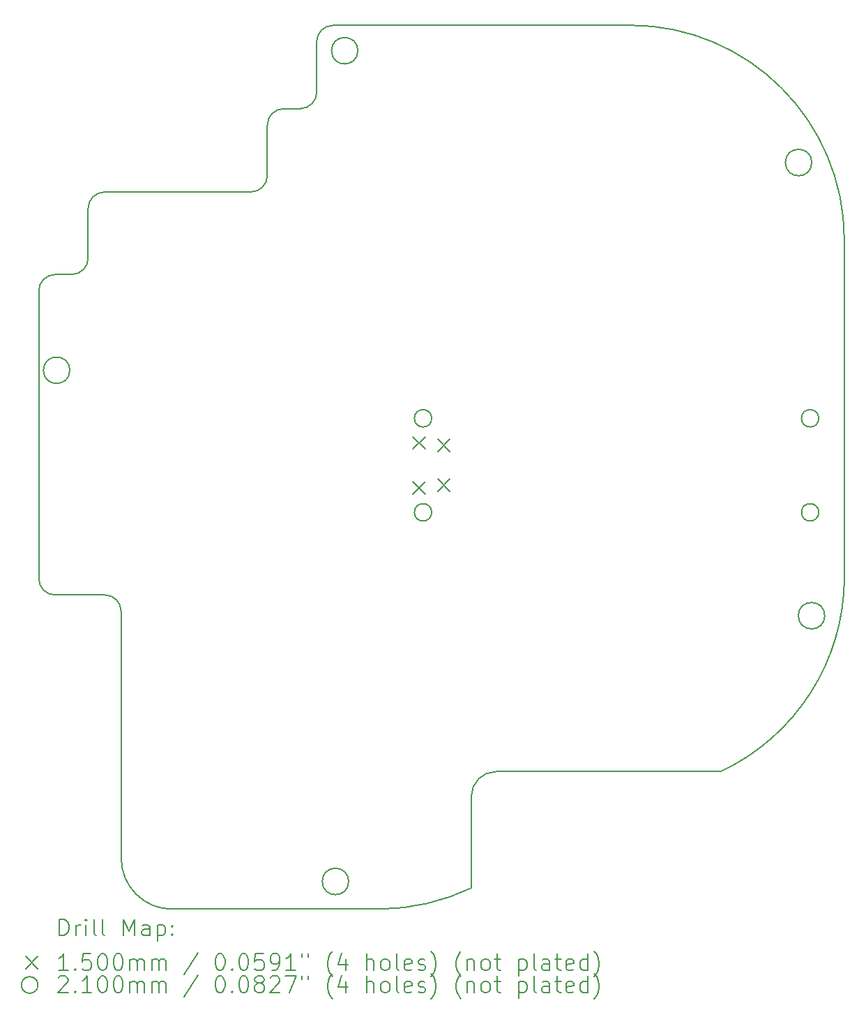
<source format=gbr>
%TF.GenerationSoftware,KiCad,Pcbnew,7.0.8*%
%TF.CreationDate,2023-10-08T23:51:36-04:00*%
%TF.ProjectId,Mainboard-small-buttons,4d61696e-626f-4617-9264-2d736d616c6c,rev?*%
%TF.SameCoordinates,Original*%
%TF.FileFunction,Drillmap*%
%TF.FilePolarity,Positive*%
%FSLAX45Y45*%
G04 Gerber Fmt 4.5, Leading zero omitted, Abs format (unit mm)*
G04 Created by KiCad (PCBNEW 7.0.8) date 2023-10-08 23:51:36*
%MOMM*%
%LPD*%
G01*
G04 APERTURE LIST*
%ADD10C,0.200000*%
%ADD11C,0.150000*%
%ADD12C,0.210000*%
G04 APERTURE END LIST*
D10*
X10773689Y-8934826D02*
X10773947Y-10063072D01*
X10172704Y-4847818D02*
G75*
G03*
X10372658Y-4647824I-44J199998D01*
G01*
X13148073Y-2025551D02*
X13148213Y-2636439D01*
X9972755Y-4847871D02*
G75*
G03*
X9772801Y-5047915I45J-199999D01*
G01*
X12548258Y-3036485D02*
X12548258Y-3647326D01*
X15324973Y-10877366D02*
G75*
G03*
X15024806Y-11177677I67J-300234D01*
G01*
X10172704Y-4847824D02*
X9972755Y-4847869D01*
X9772801Y-5047915D02*
X9773598Y-8535054D01*
X10773689Y-8934826D02*
G75*
G03*
X10573644Y-8734871I-199999J-44D01*
G01*
X12348304Y-3847326D02*
X10572612Y-3847732D01*
X13535766Y-12209886D02*
G75*
G03*
X13535766Y-12209886I-160126J0D01*
G01*
X10372658Y-4047732D02*
X10372658Y-4247824D01*
X10372658Y-4247824D02*
X10372658Y-4647824D01*
X15025060Y-12289762D02*
X15024806Y-11177677D01*
X9773602Y-8535054D02*
G75*
G03*
X9973644Y-8735009I199999J44D01*
G01*
X12948213Y-2836485D02*
X12748258Y-2836485D01*
X12748258Y-2836488D02*
G75*
G03*
X12548258Y-3036485I2J-200002D01*
G01*
X19316806Y-8986520D02*
G75*
G03*
X19316806Y-8986520I-160126J0D01*
G01*
X12948213Y-2836483D02*
G75*
G03*
X13148213Y-2636439I-3J200003D01*
G01*
X10149840Y-6009640D02*
G75*
G03*
X10149840Y-6009640I-160126J0D01*
G01*
X13912632Y-12545187D02*
G75*
G03*
X15025060Y-12289762I-19862J2636647D01*
G01*
X9973644Y-8735009D02*
X10573644Y-8734871D01*
X13647526Y-2133600D02*
G75*
G03*
X13647526Y-2133600I-160126J0D01*
G01*
X10773947Y-11927433D02*
G75*
G03*
X11392247Y-12545733I618303J3D01*
G01*
X19555315Y-8518138D02*
X19554380Y-4426136D01*
X12348304Y-3847328D02*
G75*
G03*
X12548258Y-3647326I-44J199998D01*
G01*
X10773947Y-10063072D02*
X10773947Y-11927433D01*
X13348027Y-1825513D02*
G75*
G03*
X13148073Y-2025551I43J-199997D01*
G01*
X10572612Y-3847728D02*
G75*
G03*
X10372658Y-4047732I48J-200002D01*
G01*
X19554378Y-4426136D02*
G75*
G03*
X16951736Y-1824682I-2602048J-594D01*
G01*
X11392247Y-12545733D02*
X13912632Y-12545187D01*
X16951736Y-1824682D02*
X13348027Y-1825506D01*
X19159326Y-3489960D02*
G75*
G03*
X19159326Y-3489960I-160126J0D01*
G01*
X15324973Y-10877362D02*
X18053495Y-10876738D01*
X18053495Y-10876738D02*
G75*
G03*
X19555315Y-8518138I-1100233J2358001D01*
G01*
D11*
X14314400Y-6815300D02*
X14464400Y-6965300D01*
X14464400Y-6815300D02*
X14314400Y-6965300D01*
X14314400Y-7360300D02*
X14464400Y-7510300D01*
X14464400Y-7360300D02*
X14314400Y-7510300D01*
X14617400Y-6845300D02*
X14767400Y-6995300D01*
X14767400Y-6845300D02*
X14617400Y-6995300D01*
X14617400Y-7330300D02*
X14767400Y-7480300D01*
X14767400Y-7330300D02*
X14617400Y-7480300D01*
D12*
X14544400Y-6592800D02*
G75*
G03*
X14544400Y-6592800I-105000J0D01*
G01*
X14544400Y-7732800D02*
G75*
G03*
X14544400Y-7732800I-105000J0D01*
G01*
X19244400Y-6592800D02*
G75*
G03*
X19244400Y-6592800I-105000J0D01*
G01*
X19244400Y-7732800D02*
G75*
G03*
X19244400Y-7732800I-105000J0D01*
G01*
D10*
X10023578Y-12867217D02*
X10023578Y-12667217D01*
X10023578Y-12667217D02*
X10071197Y-12667217D01*
X10071197Y-12667217D02*
X10099768Y-12676741D01*
X10099768Y-12676741D02*
X10118816Y-12695788D01*
X10118816Y-12695788D02*
X10128340Y-12714836D01*
X10128340Y-12714836D02*
X10137863Y-12752931D01*
X10137863Y-12752931D02*
X10137863Y-12781503D01*
X10137863Y-12781503D02*
X10128340Y-12819598D01*
X10128340Y-12819598D02*
X10118816Y-12838645D01*
X10118816Y-12838645D02*
X10099768Y-12857693D01*
X10099768Y-12857693D02*
X10071197Y-12867217D01*
X10071197Y-12867217D02*
X10023578Y-12867217D01*
X10223578Y-12867217D02*
X10223578Y-12733883D01*
X10223578Y-12771979D02*
X10233102Y-12752931D01*
X10233102Y-12752931D02*
X10242625Y-12743407D01*
X10242625Y-12743407D02*
X10261673Y-12733883D01*
X10261673Y-12733883D02*
X10280721Y-12733883D01*
X10347387Y-12867217D02*
X10347387Y-12733883D01*
X10347387Y-12667217D02*
X10337863Y-12676741D01*
X10337863Y-12676741D02*
X10347387Y-12686264D01*
X10347387Y-12686264D02*
X10356911Y-12676741D01*
X10356911Y-12676741D02*
X10347387Y-12667217D01*
X10347387Y-12667217D02*
X10347387Y-12686264D01*
X10471197Y-12867217D02*
X10452149Y-12857693D01*
X10452149Y-12857693D02*
X10442625Y-12838645D01*
X10442625Y-12838645D02*
X10442625Y-12667217D01*
X10575959Y-12867217D02*
X10556911Y-12857693D01*
X10556911Y-12857693D02*
X10547387Y-12838645D01*
X10547387Y-12838645D02*
X10547387Y-12667217D01*
X10804530Y-12867217D02*
X10804530Y-12667217D01*
X10804530Y-12667217D02*
X10871197Y-12810074D01*
X10871197Y-12810074D02*
X10937863Y-12667217D01*
X10937863Y-12667217D02*
X10937863Y-12867217D01*
X11118816Y-12867217D02*
X11118816Y-12762455D01*
X11118816Y-12762455D02*
X11109292Y-12743407D01*
X11109292Y-12743407D02*
X11090244Y-12733883D01*
X11090244Y-12733883D02*
X11052149Y-12733883D01*
X11052149Y-12733883D02*
X11033102Y-12743407D01*
X11118816Y-12857693D02*
X11099768Y-12867217D01*
X11099768Y-12867217D02*
X11052149Y-12867217D01*
X11052149Y-12867217D02*
X11033102Y-12857693D01*
X11033102Y-12857693D02*
X11023578Y-12838645D01*
X11023578Y-12838645D02*
X11023578Y-12819598D01*
X11023578Y-12819598D02*
X11033102Y-12800550D01*
X11033102Y-12800550D02*
X11052149Y-12791026D01*
X11052149Y-12791026D02*
X11099768Y-12791026D01*
X11099768Y-12791026D02*
X11118816Y-12781503D01*
X11214054Y-12733883D02*
X11214054Y-12933883D01*
X11214054Y-12743407D02*
X11233101Y-12733883D01*
X11233101Y-12733883D02*
X11271197Y-12733883D01*
X11271197Y-12733883D02*
X11290244Y-12743407D01*
X11290244Y-12743407D02*
X11299768Y-12752931D01*
X11299768Y-12752931D02*
X11309292Y-12771979D01*
X11309292Y-12771979D02*
X11309292Y-12829122D01*
X11309292Y-12829122D02*
X11299768Y-12848169D01*
X11299768Y-12848169D02*
X11290244Y-12857693D01*
X11290244Y-12857693D02*
X11271197Y-12867217D01*
X11271197Y-12867217D02*
X11233101Y-12867217D01*
X11233101Y-12867217D02*
X11214054Y-12857693D01*
X11395006Y-12848169D02*
X11404530Y-12857693D01*
X11404530Y-12857693D02*
X11395006Y-12867217D01*
X11395006Y-12867217D02*
X11385482Y-12857693D01*
X11385482Y-12857693D02*
X11395006Y-12848169D01*
X11395006Y-12848169D02*
X11395006Y-12867217D01*
X11395006Y-12743407D02*
X11404530Y-12752931D01*
X11404530Y-12752931D02*
X11395006Y-12762455D01*
X11395006Y-12762455D02*
X11385482Y-12752931D01*
X11385482Y-12752931D02*
X11395006Y-12743407D01*
X11395006Y-12743407D02*
X11395006Y-12762455D01*
D11*
X9612801Y-13120733D02*
X9762801Y-13270733D01*
X9762801Y-13120733D02*
X9612801Y-13270733D01*
D10*
X10128340Y-13287217D02*
X10014054Y-13287217D01*
X10071197Y-13287217D02*
X10071197Y-13087217D01*
X10071197Y-13087217D02*
X10052149Y-13115788D01*
X10052149Y-13115788D02*
X10033102Y-13134836D01*
X10033102Y-13134836D02*
X10014054Y-13144360D01*
X10214054Y-13268169D02*
X10223578Y-13277693D01*
X10223578Y-13277693D02*
X10214054Y-13287217D01*
X10214054Y-13287217D02*
X10204530Y-13277693D01*
X10204530Y-13277693D02*
X10214054Y-13268169D01*
X10214054Y-13268169D02*
X10214054Y-13287217D01*
X10404530Y-13087217D02*
X10309292Y-13087217D01*
X10309292Y-13087217D02*
X10299768Y-13182455D01*
X10299768Y-13182455D02*
X10309292Y-13172931D01*
X10309292Y-13172931D02*
X10328340Y-13163407D01*
X10328340Y-13163407D02*
X10375959Y-13163407D01*
X10375959Y-13163407D02*
X10395006Y-13172931D01*
X10395006Y-13172931D02*
X10404530Y-13182455D01*
X10404530Y-13182455D02*
X10414054Y-13201503D01*
X10414054Y-13201503D02*
X10414054Y-13249122D01*
X10414054Y-13249122D02*
X10404530Y-13268169D01*
X10404530Y-13268169D02*
X10395006Y-13277693D01*
X10395006Y-13277693D02*
X10375959Y-13287217D01*
X10375959Y-13287217D02*
X10328340Y-13287217D01*
X10328340Y-13287217D02*
X10309292Y-13277693D01*
X10309292Y-13277693D02*
X10299768Y-13268169D01*
X10537863Y-13087217D02*
X10556911Y-13087217D01*
X10556911Y-13087217D02*
X10575959Y-13096741D01*
X10575959Y-13096741D02*
X10585483Y-13106264D01*
X10585483Y-13106264D02*
X10595006Y-13125312D01*
X10595006Y-13125312D02*
X10604530Y-13163407D01*
X10604530Y-13163407D02*
X10604530Y-13211026D01*
X10604530Y-13211026D02*
X10595006Y-13249122D01*
X10595006Y-13249122D02*
X10585483Y-13268169D01*
X10585483Y-13268169D02*
X10575959Y-13277693D01*
X10575959Y-13277693D02*
X10556911Y-13287217D01*
X10556911Y-13287217D02*
X10537863Y-13287217D01*
X10537863Y-13287217D02*
X10518816Y-13277693D01*
X10518816Y-13277693D02*
X10509292Y-13268169D01*
X10509292Y-13268169D02*
X10499768Y-13249122D01*
X10499768Y-13249122D02*
X10490244Y-13211026D01*
X10490244Y-13211026D02*
X10490244Y-13163407D01*
X10490244Y-13163407D02*
X10499768Y-13125312D01*
X10499768Y-13125312D02*
X10509292Y-13106264D01*
X10509292Y-13106264D02*
X10518816Y-13096741D01*
X10518816Y-13096741D02*
X10537863Y-13087217D01*
X10728340Y-13087217D02*
X10747387Y-13087217D01*
X10747387Y-13087217D02*
X10766435Y-13096741D01*
X10766435Y-13096741D02*
X10775959Y-13106264D01*
X10775959Y-13106264D02*
X10785483Y-13125312D01*
X10785483Y-13125312D02*
X10795006Y-13163407D01*
X10795006Y-13163407D02*
X10795006Y-13211026D01*
X10795006Y-13211026D02*
X10785483Y-13249122D01*
X10785483Y-13249122D02*
X10775959Y-13268169D01*
X10775959Y-13268169D02*
X10766435Y-13277693D01*
X10766435Y-13277693D02*
X10747387Y-13287217D01*
X10747387Y-13287217D02*
X10728340Y-13287217D01*
X10728340Y-13287217D02*
X10709292Y-13277693D01*
X10709292Y-13277693D02*
X10699768Y-13268169D01*
X10699768Y-13268169D02*
X10690244Y-13249122D01*
X10690244Y-13249122D02*
X10680721Y-13211026D01*
X10680721Y-13211026D02*
X10680721Y-13163407D01*
X10680721Y-13163407D02*
X10690244Y-13125312D01*
X10690244Y-13125312D02*
X10699768Y-13106264D01*
X10699768Y-13106264D02*
X10709292Y-13096741D01*
X10709292Y-13096741D02*
X10728340Y-13087217D01*
X10880721Y-13287217D02*
X10880721Y-13153883D01*
X10880721Y-13172931D02*
X10890244Y-13163407D01*
X10890244Y-13163407D02*
X10909292Y-13153883D01*
X10909292Y-13153883D02*
X10937864Y-13153883D01*
X10937864Y-13153883D02*
X10956911Y-13163407D01*
X10956911Y-13163407D02*
X10966435Y-13182455D01*
X10966435Y-13182455D02*
X10966435Y-13287217D01*
X10966435Y-13182455D02*
X10975959Y-13163407D01*
X10975959Y-13163407D02*
X10995006Y-13153883D01*
X10995006Y-13153883D02*
X11023578Y-13153883D01*
X11023578Y-13153883D02*
X11042625Y-13163407D01*
X11042625Y-13163407D02*
X11052149Y-13182455D01*
X11052149Y-13182455D02*
X11052149Y-13287217D01*
X11147387Y-13287217D02*
X11147387Y-13153883D01*
X11147387Y-13172931D02*
X11156911Y-13163407D01*
X11156911Y-13163407D02*
X11175959Y-13153883D01*
X11175959Y-13153883D02*
X11204530Y-13153883D01*
X11204530Y-13153883D02*
X11223578Y-13163407D01*
X11223578Y-13163407D02*
X11233102Y-13182455D01*
X11233102Y-13182455D02*
X11233102Y-13287217D01*
X11233102Y-13182455D02*
X11242625Y-13163407D01*
X11242625Y-13163407D02*
X11261673Y-13153883D01*
X11261673Y-13153883D02*
X11290244Y-13153883D01*
X11290244Y-13153883D02*
X11309292Y-13163407D01*
X11309292Y-13163407D02*
X11318816Y-13182455D01*
X11318816Y-13182455D02*
X11318816Y-13287217D01*
X11709292Y-13077693D02*
X11537864Y-13334836D01*
X11966435Y-13087217D02*
X11985483Y-13087217D01*
X11985483Y-13087217D02*
X12004530Y-13096741D01*
X12004530Y-13096741D02*
X12014054Y-13106264D01*
X12014054Y-13106264D02*
X12023578Y-13125312D01*
X12023578Y-13125312D02*
X12033102Y-13163407D01*
X12033102Y-13163407D02*
X12033102Y-13211026D01*
X12033102Y-13211026D02*
X12023578Y-13249122D01*
X12023578Y-13249122D02*
X12014054Y-13268169D01*
X12014054Y-13268169D02*
X12004530Y-13277693D01*
X12004530Y-13277693D02*
X11985483Y-13287217D01*
X11985483Y-13287217D02*
X11966435Y-13287217D01*
X11966435Y-13287217D02*
X11947387Y-13277693D01*
X11947387Y-13277693D02*
X11937864Y-13268169D01*
X11937864Y-13268169D02*
X11928340Y-13249122D01*
X11928340Y-13249122D02*
X11918816Y-13211026D01*
X11918816Y-13211026D02*
X11918816Y-13163407D01*
X11918816Y-13163407D02*
X11928340Y-13125312D01*
X11928340Y-13125312D02*
X11937864Y-13106264D01*
X11937864Y-13106264D02*
X11947387Y-13096741D01*
X11947387Y-13096741D02*
X11966435Y-13087217D01*
X12118816Y-13268169D02*
X12128340Y-13277693D01*
X12128340Y-13277693D02*
X12118816Y-13287217D01*
X12118816Y-13287217D02*
X12109292Y-13277693D01*
X12109292Y-13277693D02*
X12118816Y-13268169D01*
X12118816Y-13268169D02*
X12118816Y-13287217D01*
X12252149Y-13087217D02*
X12271197Y-13087217D01*
X12271197Y-13087217D02*
X12290245Y-13096741D01*
X12290245Y-13096741D02*
X12299768Y-13106264D01*
X12299768Y-13106264D02*
X12309292Y-13125312D01*
X12309292Y-13125312D02*
X12318816Y-13163407D01*
X12318816Y-13163407D02*
X12318816Y-13211026D01*
X12318816Y-13211026D02*
X12309292Y-13249122D01*
X12309292Y-13249122D02*
X12299768Y-13268169D01*
X12299768Y-13268169D02*
X12290245Y-13277693D01*
X12290245Y-13277693D02*
X12271197Y-13287217D01*
X12271197Y-13287217D02*
X12252149Y-13287217D01*
X12252149Y-13287217D02*
X12233102Y-13277693D01*
X12233102Y-13277693D02*
X12223578Y-13268169D01*
X12223578Y-13268169D02*
X12214054Y-13249122D01*
X12214054Y-13249122D02*
X12204530Y-13211026D01*
X12204530Y-13211026D02*
X12204530Y-13163407D01*
X12204530Y-13163407D02*
X12214054Y-13125312D01*
X12214054Y-13125312D02*
X12223578Y-13106264D01*
X12223578Y-13106264D02*
X12233102Y-13096741D01*
X12233102Y-13096741D02*
X12252149Y-13087217D01*
X12499768Y-13087217D02*
X12404530Y-13087217D01*
X12404530Y-13087217D02*
X12395006Y-13182455D01*
X12395006Y-13182455D02*
X12404530Y-13172931D01*
X12404530Y-13172931D02*
X12423578Y-13163407D01*
X12423578Y-13163407D02*
X12471197Y-13163407D01*
X12471197Y-13163407D02*
X12490245Y-13172931D01*
X12490245Y-13172931D02*
X12499768Y-13182455D01*
X12499768Y-13182455D02*
X12509292Y-13201503D01*
X12509292Y-13201503D02*
X12509292Y-13249122D01*
X12509292Y-13249122D02*
X12499768Y-13268169D01*
X12499768Y-13268169D02*
X12490245Y-13277693D01*
X12490245Y-13277693D02*
X12471197Y-13287217D01*
X12471197Y-13287217D02*
X12423578Y-13287217D01*
X12423578Y-13287217D02*
X12404530Y-13277693D01*
X12404530Y-13277693D02*
X12395006Y-13268169D01*
X12604530Y-13287217D02*
X12642625Y-13287217D01*
X12642625Y-13287217D02*
X12661673Y-13277693D01*
X12661673Y-13277693D02*
X12671197Y-13268169D01*
X12671197Y-13268169D02*
X12690245Y-13239598D01*
X12690245Y-13239598D02*
X12699768Y-13201503D01*
X12699768Y-13201503D02*
X12699768Y-13125312D01*
X12699768Y-13125312D02*
X12690245Y-13106264D01*
X12690245Y-13106264D02*
X12680721Y-13096741D01*
X12680721Y-13096741D02*
X12661673Y-13087217D01*
X12661673Y-13087217D02*
X12623578Y-13087217D01*
X12623578Y-13087217D02*
X12604530Y-13096741D01*
X12604530Y-13096741D02*
X12595006Y-13106264D01*
X12595006Y-13106264D02*
X12585483Y-13125312D01*
X12585483Y-13125312D02*
X12585483Y-13172931D01*
X12585483Y-13172931D02*
X12595006Y-13191979D01*
X12595006Y-13191979D02*
X12604530Y-13201503D01*
X12604530Y-13201503D02*
X12623578Y-13211026D01*
X12623578Y-13211026D02*
X12661673Y-13211026D01*
X12661673Y-13211026D02*
X12680721Y-13201503D01*
X12680721Y-13201503D02*
X12690245Y-13191979D01*
X12690245Y-13191979D02*
X12699768Y-13172931D01*
X12890245Y-13287217D02*
X12775959Y-13287217D01*
X12833102Y-13287217D02*
X12833102Y-13087217D01*
X12833102Y-13087217D02*
X12814054Y-13115788D01*
X12814054Y-13115788D02*
X12795006Y-13134836D01*
X12795006Y-13134836D02*
X12775959Y-13144360D01*
X12966435Y-13087217D02*
X12966435Y-13125312D01*
X13042626Y-13087217D02*
X13042626Y-13125312D01*
X13337864Y-13363407D02*
X13328340Y-13353883D01*
X13328340Y-13353883D02*
X13309292Y-13325312D01*
X13309292Y-13325312D02*
X13299768Y-13306264D01*
X13299768Y-13306264D02*
X13290245Y-13277693D01*
X13290245Y-13277693D02*
X13280721Y-13230074D01*
X13280721Y-13230074D02*
X13280721Y-13191979D01*
X13280721Y-13191979D02*
X13290245Y-13144360D01*
X13290245Y-13144360D02*
X13299768Y-13115788D01*
X13299768Y-13115788D02*
X13309292Y-13096741D01*
X13309292Y-13096741D02*
X13328340Y-13068169D01*
X13328340Y-13068169D02*
X13337864Y-13058645D01*
X13499768Y-13153883D02*
X13499768Y-13287217D01*
X13452149Y-13077693D02*
X13404530Y-13220550D01*
X13404530Y-13220550D02*
X13528340Y-13220550D01*
X13756911Y-13287217D02*
X13756911Y-13087217D01*
X13842626Y-13287217D02*
X13842626Y-13182455D01*
X13842626Y-13182455D02*
X13833102Y-13163407D01*
X13833102Y-13163407D02*
X13814054Y-13153883D01*
X13814054Y-13153883D02*
X13785483Y-13153883D01*
X13785483Y-13153883D02*
X13766435Y-13163407D01*
X13766435Y-13163407D02*
X13756911Y-13172931D01*
X13966435Y-13287217D02*
X13947388Y-13277693D01*
X13947388Y-13277693D02*
X13937864Y-13268169D01*
X13937864Y-13268169D02*
X13928340Y-13249122D01*
X13928340Y-13249122D02*
X13928340Y-13191979D01*
X13928340Y-13191979D02*
X13937864Y-13172931D01*
X13937864Y-13172931D02*
X13947388Y-13163407D01*
X13947388Y-13163407D02*
X13966435Y-13153883D01*
X13966435Y-13153883D02*
X13995007Y-13153883D01*
X13995007Y-13153883D02*
X14014054Y-13163407D01*
X14014054Y-13163407D02*
X14023578Y-13172931D01*
X14023578Y-13172931D02*
X14033102Y-13191979D01*
X14033102Y-13191979D02*
X14033102Y-13249122D01*
X14033102Y-13249122D02*
X14023578Y-13268169D01*
X14023578Y-13268169D02*
X14014054Y-13277693D01*
X14014054Y-13277693D02*
X13995007Y-13287217D01*
X13995007Y-13287217D02*
X13966435Y-13287217D01*
X14147388Y-13287217D02*
X14128340Y-13277693D01*
X14128340Y-13277693D02*
X14118816Y-13258645D01*
X14118816Y-13258645D02*
X14118816Y-13087217D01*
X14299769Y-13277693D02*
X14280721Y-13287217D01*
X14280721Y-13287217D02*
X14242626Y-13287217D01*
X14242626Y-13287217D02*
X14223578Y-13277693D01*
X14223578Y-13277693D02*
X14214054Y-13258645D01*
X14214054Y-13258645D02*
X14214054Y-13182455D01*
X14214054Y-13182455D02*
X14223578Y-13163407D01*
X14223578Y-13163407D02*
X14242626Y-13153883D01*
X14242626Y-13153883D02*
X14280721Y-13153883D01*
X14280721Y-13153883D02*
X14299769Y-13163407D01*
X14299769Y-13163407D02*
X14309292Y-13182455D01*
X14309292Y-13182455D02*
X14309292Y-13201503D01*
X14309292Y-13201503D02*
X14214054Y-13220550D01*
X14385483Y-13277693D02*
X14404530Y-13287217D01*
X14404530Y-13287217D02*
X14442626Y-13287217D01*
X14442626Y-13287217D02*
X14461673Y-13277693D01*
X14461673Y-13277693D02*
X14471197Y-13258645D01*
X14471197Y-13258645D02*
X14471197Y-13249122D01*
X14471197Y-13249122D02*
X14461673Y-13230074D01*
X14461673Y-13230074D02*
X14442626Y-13220550D01*
X14442626Y-13220550D02*
X14414054Y-13220550D01*
X14414054Y-13220550D02*
X14395007Y-13211026D01*
X14395007Y-13211026D02*
X14385483Y-13191979D01*
X14385483Y-13191979D02*
X14385483Y-13182455D01*
X14385483Y-13182455D02*
X14395007Y-13163407D01*
X14395007Y-13163407D02*
X14414054Y-13153883D01*
X14414054Y-13153883D02*
X14442626Y-13153883D01*
X14442626Y-13153883D02*
X14461673Y-13163407D01*
X14537864Y-13363407D02*
X14547388Y-13353883D01*
X14547388Y-13353883D02*
X14566435Y-13325312D01*
X14566435Y-13325312D02*
X14575959Y-13306264D01*
X14575959Y-13306264D02*
X14585483Y-13277693D01*
X14585483Y-13277693D02*
X14595007Y-13230074D01*
X14595007Y-13230074D02*
X14595007Y-13191979D01*
X14595007Y-13191979D02*
X14585483Y-13144360D01*
X14585483Y-13144360D02*
X14575959Y-13115788D01*
X14575959Y-13115788D02*
X14566435Y-13096741D01*
X14566435Y-13096741D02*
X14547388Y-13068169D01*
X14547388Y-13068169D02*
X14537864Y-13058645D01*
X14899769Y-13363407D02*
X14890245Y-13353883D01*
X14890245Y-13353883D02*
X14871197Y-13325312D01*
X14871197Y-13325312D02*
X14861673Y-13306264D01*
X14861673Y-13306264D02*
X14852150Y-13277693D01*
X14852150Y-13277693D02*
X14842626Y-13230074D01*
X14842626Y-13230074D02*
X14842626Y-13191979D01*
X14842626Y-13191979D02*
X14852150Y-13144360D01*
X14852150Y-13144360D02*
X14861673Y-13115788D01*
X14861673Y-13115788D02*
X14871197Y-13096741D01*
X14871197Y-13096741D02*
X14890245Y-13068169D01*
X14890245Y-13068169D02*
X14899769Y-13058645D01*
X14975959Y-13153883D02*
X14975959Y-13287217D01*
X14975959Y-13172931D02*
X14985483Y-13163407D01*
X14985483Y-13163407D02*
X15004530Y-13153883D01*
X15004530Y-13153883D02*
X15033102Y-13153883D01*
X15033102Y-13153883D02*
X15052150Y-13163407D01*
X15052150Y-13163407D02*
X15061673Y-13182455D01*
X15061673Y-13182455D02*
X15061673Y-13287217D01*
X15185483Y-13287217D02*
X15166435Y-13277693D01*
X15166435Y-13277693D02*
X15156911Y-13268169D01*
X15156911Y-13268169D02*
X15147388Y-13249122D01*
X15147388Y-13249122D02*
X15147388Y-13191979D01*
X15147388Y-13191979D02*
X15156911Y-13172931D01*
X15156911Y-13172931D02*
X15166435Y-13163407D01*
X15166435Y-13163407D02*
X15185483Y-13153883D01*
X15185483Y-13153883D02*
X15214054Y-13153883D01*
X15214054Y-13153883D02*
X15233102Y-13163407D01*
X15233102Y-13163407D02*
X15242626Y-13172931D01*
X15242626Y-13172931D02*
X15252150Y-13191979D01*
X15252150Y-13191979D02*
X15252150Y-13249122D01*
X15252150Y-13249122D02*
X15242626Y-13268169D01*
X15242626Y-13268169D02*
X15233102Y-13277693D01*
X15233102Y-13277693D02*
X15214054Y-13287217D01*
X15214054Y-13287217D02*
X15185483Y-13287217D01*
X15309292Y-13153883D02*
X15385483Y-13153883D01*
X15337864Y-13087217D02*
X15337864Y-13258645D01*
X15337864Y-13258645D02*
X15347388Y-13277693D01*
X15347388Y-13277693D02*
X15366435Y-13287217D01*
X15366435Y-13287217D02*
X15385483Y-13287217D01*
X15604531Y-13153883D02*
X15604531Y-13353883D01*
X15604531Y-13163407D02*
X15623578Y-13153883D01*
X15623578Y-13153883D02*
X15661673Y-13153883D01*
X15661673Y-13153883D02*
X15680721Y-13163407D01*
X15680721Y-13163407D02*
X15690245Y-13172931D01*
X15690245Y-13172931D02*
X15699769Y-13191979D01*
X15699769Y-13191979D02*
X15699769Y-13249122D01*
X15699769Y-13249122D02*
X15690245Y-13268169D01*
X15690245Y-13268169D02*
X15680721Y-13277693D01*
X15680721Y-13277693D02*
X15661673Y-13287217D01*
X15661673Y-13287217D02*
X15623578Y-13287217D01*
X15623578Y-13287217D02*
X15604531Y-13277693D01*
X15814054Y-13287217D02*
X15795007Y-13277693D01*
X15795007Y-13277693D02*
X15785483Y-13258645D01*
X15785483Y-13258645D02*
X15785483Y-13087217D01*
X15975959Y-13287217D02*
X15975959Y-13182455D01*
X15975959Y-13182455D02*
X15966435Y-13163407D01*
X15966435Y-13163407D02*
X15947388Y-13153883D01*
X15947388Y-13153883D02*
X15909292Y-13153883D01*
X15909292Y-13153883D02*
X15890245Y-13163407D01*
X15975959Y-13277693D02*
X15956912Y-13287217D01*
X15956912Y-13287217D02*
X15909292Y-13287217D01*
X15909292Y-13287217D02*
X15890245Y-13277693D01*
X15890245Y-13277693D02*
X15880721Y-13258645D01*
X15880721Y-13258645D02*
X15880721Y-13239598D01*
X15880721Y-13239598D02*
X15890245Y-13220550D01*
X15890245Y-13220550D02*
X15909292Y-13211026D01*
X15909292Y-13211026D02*
X15956912Y-13211026D01*
X15956912Y-13211026D02*
X15975959Y-13201503D01*
X16042626Y-13153883D02*
X16118816Y-13153883D01*
X16071197Y-13087217D02*
X16071197Y-13258645D01*
X16071197Y-13258645D02*
X16080721Y-13277693D01*
X16080721Y-13277693D02*
X16099769Y-13287217D01*
X16099769Y-13287217D02*
X16118816Y-13287217D01*
X16261673Y-13277693D02*
X16242626Y-13287217D01*
X16242626Y-13287217D02*
X16204531Y-13287217D01*
X16204531Y-13287217D02*
X16185483Y-13277693D01*
X16185483Y-13277693D02*
X16175959Y-13258645D01*
X16175959Y-13258645D02*
X16175959Y-13182455D01*
X16175959Y-13182455D02*
X16185483Y-13163407D01*
X16185483Y-13163407D02*
X16204531Y-13153883D01*
X16204531Y-13153883D02*
X16242626Y-13153883D01*
X16242626Y-13153883D02*
X16261673Y-13163407D01*
X16261673Y-13163407D02*
X16271197Y-13182455D01*
X16271197Y-13182455D02*
X16271197Y-13201503D01*
X16271197Y-13201503D02*
X16175959Y-13220550D01*
X16442626Y-13287217D02*
X16442626Y-13087217D01*
X16442626Y-13277693D02*
X16423578Y-13287217D01*
X16423578Y-13287217D02*
X16385483Y-13287217D01*
X16385483Y-13287217D02*
X16366435Y-13277693D01*
X16366435Y-13277693D02*
X16356912Y-13268169D01*
X16356912Y-13268169D02*
X16347388Y-13249122D01*
X16347388Y-13249122D02*
X16347388Y-13191979D01*
X16347388Y-13191979D02*
X16356912Y-13172931D01*
X16356912Y-13172931D02*
X16366435Y-13163407D01*
X16366435Y-13163407D02*
X16385483Y-13153883D01*
X16385483Y-13153883D02*
X16423578Y-13153883D01*
X16423578Y-13153883D02*
X16442626Y-13163407D01*
X16518816Y-13363407D02*
X16528340Y-13353883D01*
X16528340Y-13353883D02*
X16547388Y-13325312D01*
X16547388Y-13325312D02*
X16556912Y-13306264D01*
X16556912Y-13306264D02*
X16566435Y-13277693D01*
X16566435Y-13277693D02*
X16575959Y-13230074D01*
X16575959Y-13230074D02*
X16575959Y-13191979D01*
X16575959Y-13191979D02*
X16566435Y-13144360D01*
X16566435Y-13144360D02*
X16556912Y-13115788D01*
X16556912Y-13115788D02*
X16547388Y-13096741D01*
X16547388Y-13096741D02*
X16528340Y-13068169D01*
X16528340Y-13068169D02*
X16518816Y-13058645D01*
X9762801Y-13465733D02*
G75*
G03*
X9762801Y-13465733I-100000J0D01*
G01*
X10014054Y-13376264D02*
X10023578Y-13366741D01*
X10023578Y-13366741D02*
X10042625Y-13357217D01*
X10042625Y-13357217D02*
X10090244Y-13357217D01*
X10090244Y-13357217D02*
X10109292Y-13366741D01*
X10109292Y-13366741D02*
X10118816Y-13376264D01*
X10118816Y-13376264D02*
X10128340Y-13395312D01*
X10128340Y-13395312D02*
X10128340Y-13414360D01*
X10128340Y-13414360D02*
X10118816Y-13442931D01*
X10118816Y-13442931D02*
X10004530Y-13557217D01*
X10004530Y-13557217D02*
X10128340Y-13557217D01*
X10214054Y-13538169D02*
X10223578Y-13547693D01*
X10223578Y-13547693D02*
X10214054Y-13557217D01*
X10214054Y-13557217D02*
X10204530Y-13547693D01*
X10204530Y-13547693D02*
X10214054Y-13538169D01*
X10214054Y-13538169D02*
X10214054Y-13557217D01*
X10414054Y-13557217D02*
X10299768Y-13557217D01*
X10356911Y-13557217D02*
X10356911Y-13357217D01*
X10356911Y-13357217D02*
X10337863Y-13385788D01*
X10337863Y-13385788D02*
X10318816Y-13404836D01*
X10318816Y-13404836D02*
X10299768Y-13414360D01*
X10537863Y-13357217D02*
X10556911Y-13357217D01*
X10556911Y-13357217D02*
X10575959Y-13366741D01*
X10575959Y-13366741D02*
X10585483Y-13376264D01*
X10585483Y-13376264D02*
X10595006Y-13395312D01*
X10595006Y-13395312D02*
X10604530Y-13433407D01*
X10604530Y-13433407D02*
X10604530Y-13481026D01*
X10604530Y-13481026D02*
X10595006Y-13519122D01*
X10595006Y-13519122D02*
X10585483Y-13538169D01*
X10585483Y-13538169D02*
X10575959Y-13547693D01*
X10575959Y-13547693D02*
X10556911Y-13557217D01*
X10556911Y-13557217D02*
X10537863Y-13557217D01*
X10537863Y-13557217D02*
X10518816Y-13547693D01*
X10518816Y-13547693D02*
X10509292Y-13538169D01*
X10509292Y-13538169D02*
X10499768Y-13519122D01*
X10499768Y-13519122D02*
X10490244Y-13481026D01*
X10490244Y-13481026D02*
X10490244Y-13433407D01*
X10490244Y-13433407D02*
X10499768Y-13395312D01*
X10499768Y-13395312D02*
X10509292Y-13376264D01*
X10509292Y-13376264D02*
X10518816Y-13366741D01*
X10518816Y-13366741D02*
X10537863Y-13357217D01*
X10728340Y-13357217D02*
X10747387Y-13357217D01*
X10747387Y-13357217D02*
X10766435Y-13366741D01*
X10766435Y-13366741D02*
X10775959Y-13376264D01*
X10775959Y-13376264D02*
X10785483Y-13395312D01*
X10785483Y-13395312D02*
X10795006Y-13433407D01*
X10795006Y-13433407D02*
X10795006Y-13481026D01*
X10795006Y-13481026D02*
X10785483Y-13519122D01*
X10785483Y-13519122D02*
X10775959Y-13538169D01*
X10775959Y-13538169D02*
X10766435Y-13547693D01*
X10766435Y-13547693D02*
X10747387Y-13557217D01*
X10747387Y-13557217D02*
X10728340Y-13557217D01*
X10728340Y-13557217D02*
X10709292Y-13547693D01*
X10709292Y-13547693D02*
X10699768Y-13538169D01*
X10699768Y-13538169D02*
X10690244Y-13519122D01*
X10690244Y-13519122D02*
X10680721Y-13481026D01*
X10680721Y-13481026D02*
X10680721Y-13433407D01*
X10680721Y-13433407D02*
X10690244Y-13395312D01*
X10690244Y-13395312D02*
X10699768Y-13376264D01*
X10699768Y-13376264D02*
X10709292Y-13366741D01*
X10709292Y-13366741D02*
X10728340Y-13357217D01*
X10880721Y-13557217D02*
X10880721Y-13423883D01*
X10880721Y-13442931D02*
X10890244Y-13433407D01*
X10890244Y-13433407D02*
X10909292Y-13423883D01*
X10909292Y-13423883D02*
X10937864Y-13423883D01*
X10937864Y-13423883D02*
X10956911Y-13433407D01*
X10956911Y-13433407D02*
X10966435Y-13452455D01*
X10966435Y-13452455D02*
X10966435Y-13557217D01*
X10966435Y-13452455D02*
X10975959Y-13433407D01*
X10975959Y-13433407D02*
X10995006Y-13423883D01*
X10995006Y-13423883D02*
X11023578Y-13423883D01*
X11023578Y-13423883D02*
X11042625Y-13433407D01*
X11042625Y-13433407D02*
X11052149Y-13452455D01*
X11052149Y-13452455D02*
X11052149Y-13557217D01*
X11147387Y-13557217D02*
X11147387Y-13423883D01*
X11147387Y-13442931D02*
X11156911Y-13433407D01*
X11156911Y-13433407D02*
X11175959Y-13423883D01*
X11175959Y-13423883D02*
X11204530Y-13423883D01*
X11204530Y-13423883D02*
X11223578Y-13433407D01*
X11223578Y-13433407D02*
X11233102Y-13452455D01*
X11233102Y-13452455D02*
X11233102Y-13557217D01*
X11233102Y-13452455D02*
X11242625Y-13433407D01*
X11242625Y-13433407D02*
X11261673Y-13423883D01*
X11261673Y-13423883D02*
X11290244Y-13423883D01*
X11290244Y-13423883D02*
X11309292Y-13433407D01*
X11309292Y-13433407D02*
X11318816Y-13452455D01*
X11318816Y-13452455D02*
X11318816Y-13557217D01*
X11709292Y-13347693D02*
X11537864Y-13604836D01*
X11966435Y-13357217D02*
X11985483Y-13357217D01*
X11985483Y-13357217D02*
X12004530Y-13366741D01*
X12004530Y-13366741D02*
X12014054Y-13376264D01*
X12014054Y-13376264D02*
X12023578Y-13395312D01*
X12023578Y-13395312D02*
X12033102Y-13433407D01*
X12033102Y-13433407D02*
X12033102Y-13481026D01*
X12033102Y-13481026D02*
X12023578Y-13519122D01*
X12023578Y-13519122D02*
X12014054Y-13538169D01*
X12014054Y-13538169D02*
X12004530Y-13547693D01*
X12004530Y-13547693D02*
X11985483Y-13557217D01*
X11985483Y-13557217D02*
X11966435Y-13557217D01*
X11966435Y-13557217D02*
X11947387Y-13547693D01*
X11947387Y-13547693D02*
X11937864Y-13538169D01*
X11937864Y-13538169D02*
X11928340Y-13519122D01*
X11928340Y-13519122D02*
X11918816Y-13481026D01*
X11918816Y-13481026D02*
X11918816Y-13433407D01*
X11918816Y-13433407D02*
X11928340Y-13395312D01*
X11928340Y-13395312D02*
X11937864Y-13376264D01*
X11937864Y-13376264D02*
X11947387Y-13366741D01*
X11947387Y-13366741D02*
X11966435Y-13357217D01*
X12118816Y-13538169D02*
X12128340Y-13547693D01*
X12128340Y-13547693D02*
X12118816Y-13557217D01*
X12118816Y-13557217D02*
X12109292Y-13547693D01*
X12109292Y-13547693D02*
X12118816Y-13538169D01*
X12118816Y-13538169D02*
X12118816Y-13557217D01*
X12252149Y-13357217D02*
X12271197Y-13357217D01*
X12271197Y-13357217D02*
X12290245Y-13366741D01*
X12290245Y-13366741D02*
X12299768Y-13376264D01*
X12299768Y-13376264D02*
X12309292Y-13395312D01*
X12309292Y-13395312D02*
X12318816Y-13433407D01*
X12318816Y-13433407D02*
X12318816Y-13481026D01*
X12318816Y-13481026D02*
X12309292Y-13519122D01*
X12309292Y-13519122D02*
X12299768Y-13538169D01*
X12299768Y-13538169D02*
X12290245Y-13547693D01*
X12290245Y-13547693D02*
X12271197Y-13557217D01*
X12271197Y-13557217D02*
X12252149Y-13557217D01*
X12252149Y-13557217D02*
X12233102Y-13547693D01*
X12233102Y-13547693D02*
X12223578Y-13538169D01*
X12223578Y-13538169D02*
X12214054Y-13519122D01*
X12214054Y-13519122D02*
X12204530Y-13481026D01*
X12204530Y-13481026D02*
X12204530Y-13433407D01*
X12204530Y-13433407D02*
X12214054Y-13395312D01*
X12214054Y-13395312D02*
X12223578Y-13376264D01*
X12223578Y-13376264D02*
X12233102Y-13366741D01*
X12233102Y-13366741D02*
X12252149Y-13357217D01*
X12433102Y-13442931D02*
X12414054Y-13433407D01*
X12414054Y-13433407D02*
X12404530Y-13423883D01*
X12404530Y-13423883D02*
X12395006Y-13404836D01*
X12395006Y-13404836D02*
X12395006Y-13395312D01*
X12395006Y-13395312D02*
X12404530Y-13376264D01*
X12404530Y-13376264D02*
X12414054Y-13366741D01*
X12414054Y-13366741D02*
X12433102Y-13357217D01*
X12433102Y-13357217D02*
X12471197Y-13357217D01*
X12471197Y-13357217D02*
X12490245Y-13366741D01*
X12490245Y-13366741D02*
X12499768Y-13376264D01*
X12499768Y-13376264D02*
X12509292Y-13395312D01*
X12509292Y-13395312D02*
X12509292Y-13404836D01*
X12509292Y-13404836D02*
X12499768Y-13423883D01*
X12499768Y-13423883D02*
X12490245Y-13433407D01*
X12490245Y-13433407D02*
X12471197Y-13442931D01*
X12471197Y-13442931D02*
X12433102Y-13442931D01*
X12433102Y-13442931D02*
X12414054Y-13452455D01*
X12414054Y-13452455D02*
X12404530Y-13461979D01*
X12404530Y-13461979D02*
X12395006Y-13481026D01*
X12395006Y-13481026D02*
X12395006Y-13519122D01*
X12395006Y-13519122D02*
X12404530Y-13538169D01*
X12404530Y-13538169D02*
X12414054Y-13547693D01*
X12414054Y-13547693D02*
X12433102Y-13557217D01*
X12433102Y-13557217D02*
X12471197Y-13557217D01*
X12471197Y-13557217D02*
X12490245Y-13547693D01*
X12490245Y-13547693D02*
X12499768Y-13538169D01*
X12499768Y-13538169D02*
X12509292Y-13519122D01*
X12509292Y-13519122D02*
X12509292Y-13481026D01*
X12509292Y-13481026D02*
X12499768Y-13461979D01*
X12499768Y-13461979D02*
X12490245Y-13452455D01*
X12490245Y-13452455D02*
X12471197Y-13442931D01*
X12585483Y-13376264D02*
X12595006Y-13366741D01*
X12595006Y-13366741D02*
X12614054Y-13357217D01*
X12614054Y-13357217D02*
X12661673Y-13357217D01*
X12661673Y-13357217D02*
X12680721Y-13366741D01*
X12680721Y-13366741D02*
X12690245Y-13376264D01*
X12690245Y-13376264D02*
X12699768Y-13395312D01*
X12699768Y-13395312D02*
X12699768Y-13414360D01*
X12699768Y-13414360D02*
X12690245Y-13442931D01*
X12690245Y-13442931D02*
X12575959Y-13557217D01*
X12575959Y-13557217D02*
X12699768Y-13557217D01*
X12766435Y-13357217D02*
X12899768Y-13357217D01*
X12899768Y-13357217D02*
X12814054Y-13557217D01*
X12966435Y-13357217D02*
X12966435Y-13395312D01*
X13042626Y-13357217D02*
X13042626Y-13395312D01*
X13337864Y-13633407D02*
X13328340Y-13623883D01*
X13328340Y-13623883D02*
X13309292Y-13595312D01*
X13309292Y-13595312D02*
X13299768Y-13576264D01*
X13299768Y-13576264D02*
X13290245Y-13547693D01*
X13290245Y-13547693D02*
X13280721Y-13500074D01*
X13280721Y-13500074D02*
X13280721Y-13461979D01*
X13280721Y-13461979D02*
X13290245Y-13414360D01*
X13290245Y-13414360D02*
X13299768Y-13385788D01*
X13299768Y-13385788D02*
X13309292Y-13366741D01*
X13309292Y-13366741D02*
X13328340Y-13338169D01*
X13328340Y-13338169D02*
X13337864Y-13328645D01*
X13499768Y-13423883D02*
X13499768Y-13557217D01*
X13452149Y-13347693D02*
X13404530Y-13490550D01*
X13404530Y-13490550D02*
X13528340Y-13490550D01*
X13756911Y-13557217D02*
X13756911Y-13357217D01*
X13842626Y-13557217D02*
X13842626Y-13452455D01*
X13842626Y-13452455D02*
X13833102Y-13433407D01*
X13833102Y-13433407D02*
X13814054Y-13423883D01*
X13814054Y-13423883D02*
X13785483Y-13423883D01*
X13785483Y-13423883D02*
X13766435Y-13433407D01*
X13766435Y-13433407D02*
X13756911Y-13442931D01*
X13966435Y-13557217D02*
X13947388Y-13547693D01*
X13947388Y-13547693D02*
X13937864Y-13538169D01*
X13937864Y-13538169D02*
X13928340Y-13519122D01*
X13928340Y-13519122D02*
X13928340Y-13461979D01*
X13928340Y-13461979D02*
X13937864Y-13442931D01*
X13937864Y-13442931D02*
X13947388Y-13433407D01*
X13947388Y-13433407D02*
X13966435Y-13423883D01*
X13966435Y-13423883D02*
X13995007Y-13423883D01*
X13995007Y-13423883D02*
X14014054Y-13433407D01*
X14014054Y-13433407D02*
X14023578Y-13442931D01*
X14023578Y-13442931D02*
X14033102Y-13461979D01*
X14033102Y-13461979D02*
X14033102Y-13519122D01*
X14033102Y-13519122D02*
X14023578Y-13538169D01*
X14023578Y-13538169D02*
X14014054Y-13547693D01*
X14014054Y-13547693D02*
X13995007Y-13557217D01*
X13995007Y-13557217D02*
X13966435Y-13557217D01*
X14147388Y-13557217D02*
X14128340Y-13547693D01*
X14128340Y-13547693D02*
X14118816Y-13528645D01*
X14118816Y-13528645D02*
X14118816Y-13357217D01*
X14299769Y-13547693D02*
X14280721Y-13557217D01*
X14280721Y-13557217D02*
X14242626Y-13557217D01*
X14242626Y-13557217D02*
X14223578Y-13547693D01*
X14223578Y-13547693D02*
X14214054Y-13528645D01*
X14214054Y-13528645D02*
X14214054Y-13452455D01*
X14214054Y-13452455D02*
X14223578Y-13433407D01*
X14223578Y-13433407D02*
X14242626Y-13423883D01*
X14242626Y-13423883D02*
X14280721Y-13423883D01*
X14280721Y-13423883D02*
X14299769Y-13433407D01*
X14299769Y-13433407D02*
X14309292Y-13452455D01*
X14309292Y-13452455D02*
X14309292Y-13471503D01*
X14309292Y-13471503D02*
X14214054Y-13490550D01*
X14385483Y-13547693D02*
X14404530Y-13557217D01*
X14404530Y-13557217D02*
X14442626Y-13557217D01*
X14442626Y-13557217D02*
X14461673Y-13547693D01*
X14461673Y-13547693D02*
X14471197Y-13528645D01*
X14471197Y-13528645D02*
X14471197Y-13519122D01*
X14471197Y-13519122D02*
X14461673Y-13500074D01*
X14461673Y-13500074D02*
X14442626Y-13490550D01*
X14442626Y-13490550D02*
X14414054Y-13490550D01*
X14414054Y-13490550D02*
X14395007Y-13481026D01*
X14395007Y-13481026D02*
X14385483Y-13461979D01*
X14385483Y-13461979D02*
X14385483Y-13452455D01*
X14385483Y-13452455D02*
X14395007Y-13433407D01*
X14395007Y-13433407D02*
X14414054Y-13423883D01*
X14414054Y-13423883D02*
X14442626Y-13423883D01*
X14442626Y-13423883D02*
X14461673Y-13433407D01*
X14537864Y-13633407D02*
X14547388Y-13623883D01*
X14547388Y-13623883D02*
X14566435Y-13595312D01*
X14566435Y-13595312D02*
X14575959Y-13576264D01*
X14575959Y-13576264D02*
X14585483Y-13547693D01*
X14585483Y-13547693D02*
X14595007Y-13500074D01*
X14595007Y-13500074D02*
X14595007Y-13461979D01*
X14595007Y-13461979D02*
X14585483Y-13414360D01*
X14585483Y-13414360D02*
X14575959Y-13385788D01*
X14575959Y-13385788D02*
X14566435Y-13366741D01*
X14566435Y-13366741D02*
X14547388Y-13338169D01*
X14547388Y-13338169D02*
X14537864Y-13328645D01*
X14899769Y-13633407D02*
X14890245Y-13623883D01*
X14890245Y-13623883D02*
X14871197Y-13595312D01*
X14871197Y-13595312D02*
X14861673Y-13576264D01*
X14861673Y-13576264D02*
X14852150Y-13547693D01*
X14852150Y-13547693D02*
X14842626Y-13500074D01*
X14842626Y-13500074D02*
X14842626Y-13461979D01*
X14842626Y-13461979D02*
X14852150Y-13414360D01*
X14852150Y-13414360D02*
X14861673Y-13385788D01*
X14861673Y-13385788D02*
X14871197Y-13366741D01*
X14871197Y-13366741D02*
X14890245Y-13338169D01*
X14890245Y-13338169D02*
X14899769Y-13328645D01*
X14975959Y-13423883D02*
X14975959Y-13557217D01*
X14975959Y-13442931D02*
X14985483Y-13433407D01*
X14985483Y-13433407D02*
X15004530Y-13423883D01*
X15004530Y-13423883D02*
X15033102Y-13423883D01*
X15033102Y-13423883D02*
X15052150Y-13433407D01*
X15052150Y-13433407D02*
X15061673Y-13452455D01*
X15061673Y-13452455D02*
X15061673Y-13557217D01*
X15185483Y-13557217D02*
X15166435Y-13547693D01*
X15166435Y-13547693D02*
X15156911Y-13538169D01*
X15156911Y-13538169D02*
X15147388Y-13519122D01*
X15147388Y-13519122D02*
X15147388Y-13461979D01*
X15147388Y-13461979D02*
X15156911Y-13442931D01*
X15156911Y-13442931D02*
X15166435Y-13433407D01*
X15166435Y-13433407D02*
X15185483Y-13423883D01*
X15185483Y-13423883D02*
X15214054Y-13423883D01*
X15214054Y-13423883D02*
X15233102Y-13433407D01*
X15233102Y-13433407D02*
X15242626Y-13442931D01*
X15242626Y-13442931D02*
X15252150Y-13461979D01*
X15252150Y-13461979D02*
X15252150Y-13519122D01*
X15252150Y-13519122D02*
X15242626Y-13538169D01*
X15242626Y-13538169D02*
X15233102Y-13547693D01*
X15233102Y-13547693D02*
X15214054Y-13557217D01*
X15214054Y-13557217D02*
X15185483Y-13557217D01*
X15309292Y-13423883D02*
X15385483Y-13423883D01*
X15337864Y-13357217D02*
X15337864Y-13528645D01*
X15337864Y-13528645D02*
X15347388Y-13547693D01*
X15347388Y-13547693D02*
X15366435Y-13557217D01*
X15366435Y-13557217D02*
X15385483Y-13557217D01*
X15604531Y-13423883D02*
X15604531Y-13623883D01*
X15604531Y-13433407D02*
X15623578Y-13423883D01*
X15623578Y-13423883D02*
X15661673Y-13423883D01*
X15661673Y-13423883D02*
X15680721Y-13433407D01*
X15680721Y-13433407D02*
X15690245Y-13442931D01*
X15690245Y-13442931D02*
X15699769Y-13461979D01*
X15699769Y-13461979D02*
X15699769Y-13519122D01*
X15699769Y-13519122D02*
X15690245Y-13538169D01*
X15690245Y-13538169D02*
X15680721Y-13547693D01*
X15680721Y-13547693D02*
X15661673Y-13557217D01*
X15661673Y-13557217D02*
X15623578Y-13557217D01*
X15623578Y-13557217D02*
X15604531Y-13547693D01*
X15814054Y-13557217D02*
X15795007Y-13547693D01*
X15795007Y-13547693D02*
X15785483Y-13528645D01*
X15785483Y-13528645D02*
X15785483Y-13357217D01*
X15975959Y-13557217D02*
X15975959Y-13452455D01*
X15975959Y-13452455D02*
X15966435Y-13433407D01*
X15966435Y-13433407D02*
X15947388Y-13423883D01*
X15947388Y-13423883D02*
X15909292Y-13423883D01*
X15909292Y-13423883D02*
X15890245Y-13433407D01*
X15975959Y-13547693D02*
X15956912Y-13557217D01*
X15956912Y-13557217D02*
X15909292Y-13557217D01*
X15909292Y-13557217D02*
X15890245Y-13547693D01*
X15890245Y-13547693D02*
X15880721Y-13528645D01*
X15880721Y-13528645D02*
X15880721Y-13509598D01*
X15880721Y-13509598D02*
X15890245Y-13490550D01*
X15890245Y-13490550D02*
X15909292Y-13481026D01*
X15909292Y-13481026D02*
X15956912Y-13481026D01*
X15956912Y-13481026D02*
X15975959Y-13471503D01*
X16042626Y-13423883D02*
X16118816Y-13423883D01*
X16071197Y-13357217D02*
X16071197Y-13528645D01*
X16071197Y-13528645D02*
X16080721Y-13547693D01*
X16080721Y-13547693D02*
X16099769Y-13557217D01*
X16099769Y-13557217D02*
X16118816Y-13557217D01*
X16261673Y-13547693D02*
X16242626Y-13557217D01*
X16242626Y-13557217D02*
X16204531Y-13557217D01*
X16204531Y-13557217D02*
X16185483Y-13547693D01*
X16185483Y-13547693D02*
X16175959Y-13528645D01*
X16175959Y-13528645D02*
X16175959Y-13452455D01*
X16175959Y-13452455D02*
X16185483Y-13433407D01*
X16185483Y-13433407D02*
X16204531Y-13423883D01*
X16204531Y-13423883D02*
X16242626Y-13423883D01*
X16242626Y-13423883D02*
X16261673Y-13433407D01*
X16261673Y-13433407D02*
X16271197Y-13452455D01*
X16271197Y-13452455D02*
X16271197Y-13471503D01*
X16271197Y-13471503D02*
X16175959Y-13490550D01*
X16442626Y-13557217D02*
X16442626Y-13357217D01*
X16442626Y-13547693D02*
X16423578Y-13557217D01*
X16423578Y-13557217D02*
X16385483Y-13557217D01*
X16385483Y-13557217D02*
X16366435Y-13547693D01*
X16366435Y-13547693D02*
X16356912Y-13538169D01*
X16356912Y-13538169D02*
X16347388Y-13519122D01*
X16347388Y-13519122D02*
X16347388Y-13461979D01*
X16347388Y-13461979D02*
X16356912Y-13442931D01*
X16356912Y-13442931D02*
X16366435Y-13433407D01*
X16366435Y-13433407D02*
X16385483Y-13423883D01*
X16385483Y-13423883D02*
X16423578Y-13423883D01*
X16423578Y-13423883D02*
X16442626Y-13433407D01*
X16518816Y-13633407D02*
X16528340Y-13623883D01*
X16528340Y-13623883D02*
X16547388Y-13595312D01*
X16547388Y-13595312D02*
X16556912Y-13576264D01*
X16556912Y-13576264D02*
X16566435Y-13547693D01*
X16566435Y-13547693D02*
X16575959Y-13500074D01*
X16575959Y-13500074D02*
X16575959Y-13461979D01*
X16575959Y-13461979D02*
X16566435Y-13414360D01*
X16566435Y-13414360D02*
X16556912Y-13385788D01*
X16556912Y-13385788D02*
X16547388Y-13366741D01*
X16547388Y-13366741D02*
X16528340Y-13338169D01*
X16528340Y-13338169D02*
X16518816Y-13328645D01*
M02*

</source>
